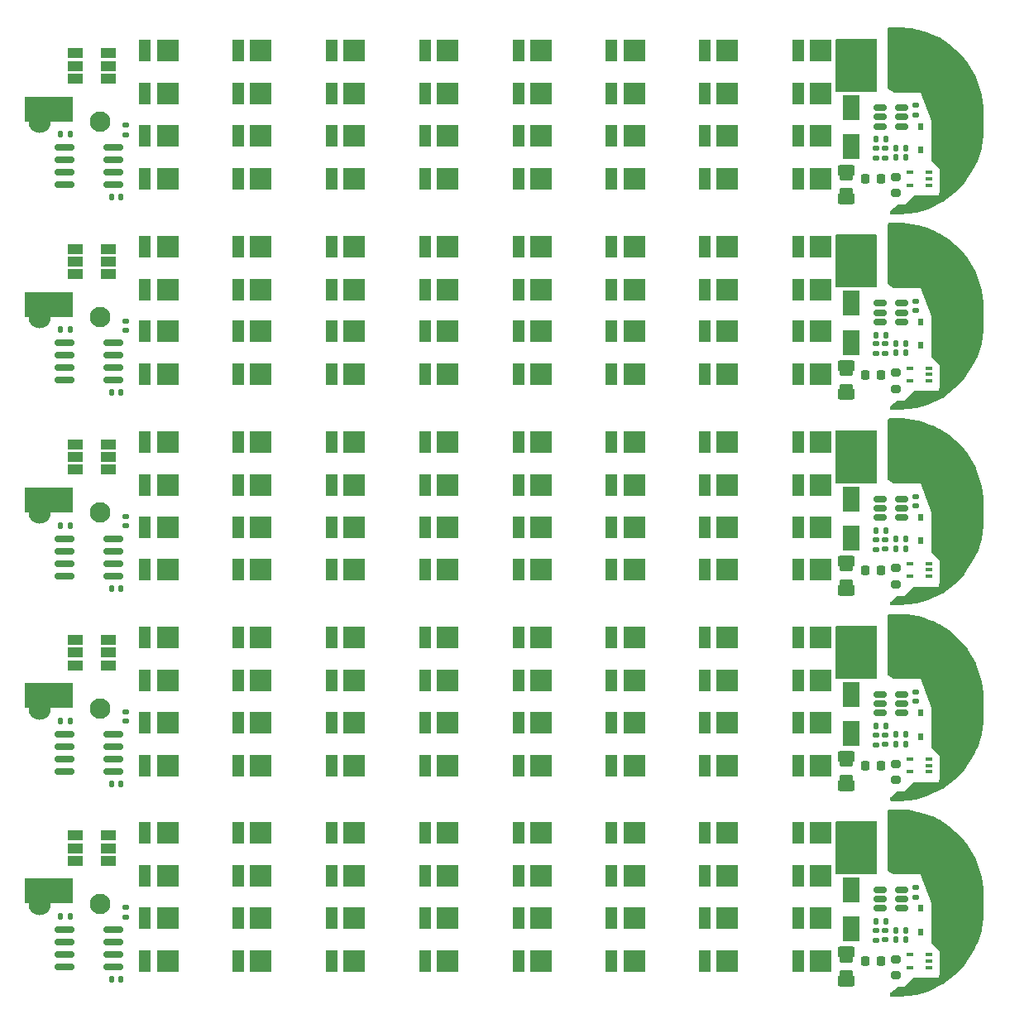
<source format=gts>
G04 #@! TF.GenerationSoftware,KiCad,Pcbnew,(6.0.5)*
G04 #@! TF.CreationDate,2023-07-08T11:50:08+08:00*
G04 #@! TF.ProjectId,panel,70616e65-6c2e-46b6-9963-61645f706362,rev?*
G04 #@! TF.SameCoordinates,Original*
G04 #@! TF.FileFunction,Soldermask,Top*
G04 #@! TF.FilePolarity,Negative*
%FSLAX46Y46*%
G04 Gerber Fmt 4.6, Leading zero omitted, Abs format (unit mm)*
G04 Created by KiCad (PCBNEW (6.0.5)) date 2023-07-08 11:50:08*
%MOMM*%
%LPD*%
G01*
G04 APERTURE LIST*
G04 Aperture macros list*
%AMRoundRect*
0 Rectangle with rounded corners*
0 $1 Rounding radius*
0 $2 $3 $4 $5 $6 $7 $8 $9 X,Y pos of 4 corners*
0 Add a 4 corners polygon primitive as box body*
4,1,4,$2,$3,$4,$5,$6,$7,$8,$9,$2,$3,0*
0 Add four circle primitives for the rounded corners*
1,1,$1+$1,$2,$3*
1,1,$1+$1,$4,$5*
1,1,$1+$1,$6,$7*
1,1,$1+$1,$8,$9*
0 Add four rect primitives between the rounded corners*
20,1,$1+$1,$2,$3,$4,$5,0*
20,1,$1+$1,$4,$5,$6,$7,0*
20,1,$1+$1,$6,$7,$8,$9,0*
20,1,$1+$1,$8,$9,$2,$3,0*%
G04 Aperture macros list end*
%ADD10R,1.220000X2.200000*%
%ADD11R,2.170000X2.200000*%
%ADD12RoundRect,0.135000X-0.135000X-0.185000X0.135000X-0.185000X0.135000X0.185000X-0.135000X0.185000X0*%
%ADD13R,1.500000X1.000000*%
%ADD14RoundRect,0.135000X0.185000X-0.135000X0.185000X0.135000X-0.185000X0.135000X-0.185000X-0.135000X0*%
%ADD15R,5.000000X2.600000*%
%ADD16C,2.300000*%
%ADD17C,2.100000*%
%ADD18RoundRect,0.200000X0.275000X-0.200000X0.275000X0.200000X-0.275000X0.200000X-0.275000X-0.200000X0*%
%ADD19RoundRect,0.250000X-0.625000X0.312500X-0.625000X-0.312500X0.625000X-0.312500X0.625000X0.312500X0*%
%ADD20RoundRect,0.250000X-0.450000X0.262500X-0.450000X-0.262500X0.450000X-0.262500X0.450000X0.262500X0*%
%ADD21RoundRect,0.140000X-0.170000X0.140000X-0.170000X-0.140000X0.170000X-0.140000X0.170000X0.140000X0*%
%ADD22R,1.800000X2.500000*%
%ADD23R,0.250000X0.360000*%
%ADD24RoundRect,0.140000X0.140000X0.170000X-0.140000X0.170000X-0.140000X-0.170000X0.140000X-0.170000X0*%
%ADD25RoundRect,0.225000X-0.225000X-0.250000X0.225000X-0.250000X0.225000X0.250000X-0.225000X0.250000X0*%
%ADD26R,3.100000X3.500000*%
%ADD27RoundRect,0.150000X0.825000X0.150000X-0.825000X0.150000X-0.825000X-0.150000X0.825000X-0.150000X0*%
%ADD28R,0.600000X0.800000*%
%ADD29R,0.650000X0.400000*%
%ADD30RoundRect,0.150000X-0.512500X-0.150000X0.512500X-0.150000X0.512500X0.150000X-0.512500X0.150000X0*%
G04 APERTURE END LIST*
D10*
X140879969Y-51499997D03*
D11*
X143184969Y-51499997D03*
D12*
X189099969Y-93714995D03*
X190119969Y-93714995D03*
D10*
X159979969Y-82799995D03*
D11*
X162284969Y-82799995D03*
D10*
X112229969Y-22799998D03*
D11*
X114534969Y-22799998D03*
D10*
X112229969Y-31499998D03*
D11*
X114534969Y-31499998D03*
D10*
X150429969Y-91499995D03*
D11*
X152734969Y-91499995D03*
D13*
X108464969Y-103049994D03*
X108464969Y-104349994D03*
X108464969Y-105649994D03*
D14*
X187069969Y-53794997D03*
X187069969Y-52774997D03*
D10*
X121779969Y-27199998D03*
D11*
X124084969Y-27199998D03*
D15*
X102344969Y-68749996D03*
D16*
X101419969Y-70049996D03*
D10*
X169529969Y-51499997D03*
D11*
X171834969Y-51499997D03*
D10*
X140879969Y-71499996D03*
D11*
X143184969Y-71499996D03*
D10*
X112229969Y-55899997D03*
D11*
X114534969Y-55899997D03*
D10*
X121779969Y-47199997D03*
D11*
X124084969Y-47199997D03*
D17*
X194339969Y-90049995D03*
D18*
X189039969Y-117374994D03*
X189039969Y-115724994D03*
D10*
X131329969Y-47199997D03*
D11*
X133634969Y-47199997D03*
D10*
X169529969Y-71499996D03*
D11*
X171834969Y-71499996D03*
D19*
X183989969Y-55012497D03*
D20*
X183989969Y-55539997D03*
D19*
X183989969Y-57937497D03*
D20*
X183989969Y-57364997D03*
D10*
X159979969Y-42799997D03*
D11*
X162284969Y-42799997D03*
D12*
X187039969Y-111864994D03*
X188059969Y-111864994D03*
D17*
X194339969Y-50049997D03*
D16*
X101419969Y-30049998D03*
D15*
X102344969Y-28749998D03*
D21*
X110259969Y-50429997D03*
X110259969Y-51389997D03*
D22*
X184539969Y-72624996D03*
X184539969Y-68624996D03*
D10*
X131329969Y-51499997D03*
D11*
X133634969Y-51499997D03*
D10*
X112229969Y-27199998D03*
D11*
X114534969Y-27199998D03*
D13*
X108464969Y-83049995D03*
X108464969Y-84349995D03*
X108464969Y-85649995D03*
D10*
X112229969Y-115899994D03*
D11*
X114534969Y-115899994D03*
D10*
X179079969Y-107199994D03*
D11*
X181384969Y-107199994D03*
D10*
X179079969Y-51499997D03*
D11*
X181384969Y-51499997D03*
D12*
X187039969Y-51864997D03*
X188059969Y-51864997D03*
D10*
X169529969Y-22799998D03*
D11*
X171834969Y-22799998D03*
D10*
X169529969Y-107199994D03*
D11*
X171834969Y-107199994D03*
D14*
X187069969Y-33794998D03*
X187069969Y-32774998D03*
D10*
X121779969Y-67199996D03*
D11*
X124084969Y-67199996D03*
D10*
X131329969Y-31499998D03*
D11*
X133634969Y-31499998D03*
D10*
X150429969Y-42799997D03*
D11*
X152734969Y-42799997D03*
D13*
X108464969Y-43049997D03*
X108464969Y-44349997D03*
X108464969Y-45649997D03*
D23*
X196639969Y-32004998D03*
X196639969Y-32844998D03*
D10*
X140879969Y-75899996D03*
D11*
X143184969Y-75899996D03*
D12*
X103559969Y-91339995D03*
X104579969Y-91339995D03*
D10*
X159979969Y-55899997D03*
D11*
X162284969Y-55899997D03*
D17*
X107639969Y-70049996D03*
D10*
X112229969Y-75899996D03*
D11*
X114534969Y-75899996D03*
D24*
X190059969Y-52744997D03*
X189099969Y-52744997D03*
D25*
X185964969Y-115924994D03*
X187514969Y-115924994D03*
D10*
X140879969Y-115899994D03*
D11*
X143184969Y-115899994D03*
D26*
X190014969Y-23774998D03*
X185414969Y-23774998D03*
D18*
X189039969Y-37374998D03*
X189039969Y-35724998D03*
D13*
X105089969Y-65649996D03*
X105089969Y-64349996D03*
X105089969Y-63049996D03*
D10*
X179079969Y-35899998D03*
D11*
X181384969Y-35899998D03*
D10*
X169529969Y-27199998D03*
D11*
X171834969Y-27199998D03*
D10*
X150429969Y-35899998D03*
D11*
X152734969Y-35899998D03*
D10*
X131329969Y-91499995D03*
D11*
X133634969Y-91499995D03*
D10*
X131329969Y-115899994D03*
D11*
X133634969Y-115899994D03*
D18*
X189039969Y-97374995D03*
X189039969Y-95724995D03*
D10*
X150429969Y-31499998D03*
D11*
X152734969Y-31499998D03*
D21*
X110259969Y-110429994D03*
X110259969Y-111389994D03*
D10*
X169529969Y-35899998D03*
D11*
X171834969Y-35899998D03*
D10*
X121779969Y-75899996D03*
D11*
X124084969Y-75899996D03*
D10*
X150429969Y-107199994D03*
D11*
X152734969Y-107199994D03*
D27*
X108944969Y-76504996D03*
X108944969Y-75234996D03*
X108944969Y-73964996D03*
X108944969Y-72694996D03*
X103994969Y-72694996D03*
X103994969Y-73964996D03*
X103994969Y-75234996D03*
X103994969Y-76504996D03*
D10*
X121779969Y-102799994D03*
D11*
X124084969Y-102799994D03*
D28*
X191579969Y-50524997D03*
X191579969Y-52924997D03*
D12*
X103559969Y-71339996D03*
X104579969Y-71339996D03*
D10*
X150429969Y-67199996D03*
D11*
X152734969Y-67199996D03*
D10*
X121779969Y-107199994D03*
D11*
X124084969Y-107199994D03*
D10*
X121779969Y-91499995D03*
D11*
X124084969Y-91499995D03*
D10*
X131329969Y-95899995D03*
D11*
X133634969Y-95899995D03*
D12*
X187039969Y-71864996D03*
X188059969Y-71864996D03*
D29*
X192439969Y-76549996D03*
X192439969Y-75899996D03*
X192439969Y-75249996D03*
X190539969Y-75249996D03*
X190539969Y-76549996D03*
D10*
X112229969Y-91499995D03*
D11*
X114534969Y-91499995D03*
D21*
X191099969Y-28384998D03*
X191099969Y-29344998D03*
D10*
X112229969Y-51499997D03*
D11*
X114534969Y-51499997D03*
D10*
X169529969Y-87199995D03*
D11*
X171834969Y-87199995D03*
D21*
X188009969Y-92784995D03*
X188009969Y-93744995D03*
D10*
X179079969Y-71499996D03*
D11*
X181384969Y-71499996D03*
D10*
X121779969Y-42799997D03*
D11*
X124084969Y-42799997D03*
D10*
X159979969Y-87199995D03*
D11*
X162284969Y-87199995D03*
D10*
X131329969Y-75899996D03*
D11*
X133634969Y-75899996D03*
D10*
X112229969Y-42799997D03*
D11*
X114534969Y-42799997D03*
D10*
X159979969Y-71499996D03*
D11*
X162284969Y-71499996D03*
D21*
X110259969Y-30429998D03*
X110259969Y-31389998D03*
D10*
X112229969Y-111499994D03*
D11*
X114534969Y-111499994D03*
D10*
X140879969Y-35899998D03*
D11*
X143184969Y-35899998D03*
D24*
X109739969Y-97779995D03*
X108779969Y-97779995D03*
D10*
X131329969Y-22799998D03*
D11*
X133634969Y-22799998D03*
D10*
X169529969Y-47199997D03*
D11*
X171834969Y-47199997D03*
D10*
X179079969Y-31499998D03*
D11*
X181384969Y-31499998D03*
D27*
X108944969Y-56504997D03*
X108944969Y-55234997D03*
X108944969Y-53964997D03*
X108944969Y-52694997D03*
X103994969Y-52694997D03*
X103994969Y-53964997D03*
X103994969Y-55234997D03*
X103994969Y-56504997D03*
D10*
X140879969Y-91499995D03*
D11*
X143184969Y-91499995D03*
D10*
X169529969Y-102799994D03*
D11*
X171834969Y-102799994D03*
D10*
X150429969Y-51499997D03*
D11*
X152734969Y-51499997D03*
D10*
X150429969Y-111499994D03*
D11*
X152734969Y-111499994D03*
D16*
X101419969Y-110049994D03*
D15*
X102344969Y-108749994D03*
D17*
X194339969Y-70049996D03*
D10*
X140879969Y-102799994D03*
D11*
X143184969Y-102799994D03*
D10*
X179079969Y-67199996D03*
D11*
X181384969Y-67199996D03*
D21*
X110259969Y-70429996D03*
X110259969Y-71389996D03*
D10*
X179079969Y-22799998D03*
D11*
X181384969Y-22799998D03*
D10*
X121779969Y-71499996D03*
D11*
X124084969Y-71499996D03*
D29*
X192439969Y-36549998D03*
X192439969Y-35899998D03*
X192439969Y-35249998D03*
X190539969Y-35249998D03*
X190539969Y-36549998D03*
D10*
X179079969Y-42799997D03*
D11*
X181384969Y-42799997D03*
D10*
X169529969Y-91499995D03*
D11*
X171834969Y-91499995D03*
D10*
X169529969Y-115899994D03*
D11*
X171834969Y-115899994D03*
D23*
X196639969Y-92004995D03*
X196639969Y-92844995D03*
D10*
X169529969Y-95899995D03*
D11*
X171834969Y-95899995D03*
D10*
X150429969Y-95899995D03*
D11*
X152734969Y-95899995D03*
D10*
X159979969Y-51499997D03*
D11*
X162284969Y-51499997D03*
D10*
X159979969Y-47199997D03*
D11*
X162284969Y-47199997D03*
D24*
X190059969Y-72744996D03*
X189099969Y-72744996D03*
D12*
X189099969Y-53714997D03*
X190119969Y-53714997D03*
D10*
X159979969Y-107199994D03*
D11*
X162284969Y-107199994D03*
D14*
X187069969Y-73794996D03*
X187069969Y-72774996D03*
D28*
X191579969Y-30524998D03*
X191579969Y-32924998D03*
D10*
X159979969Y-91499995D03*
D11*
X162284969Y-91499995D03*
D10*
X140879969Y-22799998D03*
D11*
X143184969Y-22799998D03*
D10*
X159979969Y-95899995D03*
D11*
X162284969Y-95899995D03*
D22*
X184539969Y-112624994D03*
X184539969Y-108624994D03*
D10*
X131329969Y-102799994D03*
D11*
X133634969Y-102799994D03*
D26*
X190014969Y-83774995D03*
X185414969Y-83774995D03*
D10*
X131329969Y-82799995D03*
D11*
X133634969Y-82799995D03*
D12*
X103559969Y-31339998D03*
X104579969Y-31339998D03*
D10*
X140879969Y-55899997D03*
D11*
X143184969Y-55899997D03*
D26*
X190014969Y-103774994D03*
X185414969Y-103774994D03*
D10*
X131329969Y-67199996D03*
D11*
X133634969Y-67199996D03*
D30*
X187427469Y-88624995D03*
X187427469Y-89574995D03*
X187427469Y-90524995D03*
X189702469Y-90524995D03*
X189702469Y-89574995D03*
X189702469Y-88624995D03*
D10*
X121779969Y-55899997D03*
D11*
X124084969Y-55899997D03*
D28*
X191579969Y-70524996D03*
X191579969Y-72924996D03*
D12*
X103559969Y-51339997D03*
X104579969Y-51339997D03*
D30*
X187427469Y-28624998D03*
X187427469Y-29574998D03*
X187427469Y-30524998D03*
X189702469Y-30524998D03*
X189702469Y-29574998D03*
X189702469Y-28624998D03*
D10*
X179079969Y-62799996D03*
D11*
X181384969Y-62799996D03*
D22*
X184539969Y-92624995D03*
X184539969Y-88624995D03*
D17*
X107639969Y-50049997D03*
D21*
X188009969Y-32784998D03*
X188009969Y-33744998D03*
D14*
X187069969Y-113794994D03*
X187069969Y-112774994D03*
D10*
X140879969Y-111499994D03*
D11*
X143184969Y-111499994D03*
D30*
X187427469Y-48624997D03*
X187427469Y-49574997D03*
X187427469Y-50524997D03*
X189702469Y-50524997D03*
X189702469Y-49574997D03*
X189702469Y-48624997D03*
D19*
X183989969Y-115012494D03*
D20*
X183989969Y-115539994D03*
D19*
X183989969Y-117937494D03*
D20*
X183989969Y-117364994D03*
D10*
X140879969Y-87199995D03*
D11*
X143184969Y-87199995D03*
D21*
X191099969Y-68384996D03*
X191099969Y-69344996D03*
X191099969Y-108384994D03*
X191099969Y-109344994D03*
D13*
X105089969Y-85649995D03*
X105089969Y-84349995D03*
X105089969Y-83049995D03*
D21*
X191099969Y-88384995D03*
X191099969Y-89344995D03*
D10*
X112229969Y-71499996D03*
D11*
X114534969Y-71499996D03*
D10*
X179079969Y-82799995D03*
D11*
X181384969Y-82799995D03*
D10*
X169529969Y-75899996D03*
D11*
X171834969Y-75899996D03*
D10*
X140879969Y-62799996D03*
D11*
X143184969Y-62799996D03*
D10*
X140879969Y-42799997D03*
D11*
X143184969Y-42799997D03*
D29*
X192439969Y-116549994D03*
X192439969Y-115899994D03*
X192439969Y-115249994D03*
X190539969Y-115249994D03*
X190539969Y-116549994D03*
D26*
X190014969Y-43774997D03*
X185414969Y-43774997D03*
D10*
X112229969Y-95899995D03*
D11*
X114534969Y-95899995D03*
D10*
X179079969Y-87199995D03*
D11*
X181384969Y-87199995D03*
D30*
X187427469Y-108624994D03*
X187427469Y-109574994D03*
X187427469Y-110524994D03*
X189702469Y-110524994D03*
X189702469Y-109574994D03*
X189702469Y-108624994D03*
D10*
X150429969Y-62799996D03*
D11*
X152734969Y-62799996D03*
D10*
X121779969Y-22799998D03*
D11*
X124084969Y-22799998D03*
D10*
X150429969Y-75899996D03*
D11*
X152734969Y-75899996D03*
D10*
X179079969Y-111499994D03*
D11*
X181384969Y-111499994D03*
D10*
X159979969Y-35899998D03*
D11*
X162284969Y-35899998D03*
D10*
X131329969Y-87199995D03*
D11*
X133634969Y-87199995D03*
D10*
X131329969Y-27199998D03*
D11*
X133634969Y-27199998D03*
D28*
X191579969Y-110524994D03*
X191579969Y-112924994D03*
D25*
X185964969Y-95924995D03*
X187514969Y-95924995D03*
D13*
X105089969Y-45649997D03*
X105089969Y-44349997D03*
X105089969Y-43049997D03*
D10*
X169529969Y-67199996D03*
D11*
X171834969Y-67199996D03*
D18*
X189039969Y-57374997D03*
X189039969Y-55724997D03*
D25*
X185964969Y-55924997D03*
X187514969Y-55924997D03*
D13*
X108464969Y-23049998D03*
X108464969Y-24349998D03*
X108464969Y-25649998D03*
D27*
X108944969Y-116504994D03*
X108944969Y-115234994D03*
X108944969Y-113964994D03*
X108944969Y-112694994D03*
X103994969Y-112694994D03*
X103994969Y-113964994D03*
X103994969Y-115234994D03*
X103994969Y-116504994D03*
D10*
X159979969Y-67199996D03*
D11*
X162284969Y-67199996D03*
D10*
X112229969Y-35899998D03*
D11*
X114534969Y-35899998D03*
D28*
X191579969Y-90524995D03*
X191579969Y-92924995D03*
D10*
X150429969Y-87199995D03*
D11*
X152734969Y-87199995D03*
D22*
X184539969Y-52624997D03*
X184539969Y-48624997D03*
D13*
X108464969Y-63049996D03*
X108464969Y-64349996D03*
X108464969Y-65649996D03*
D21*
X110259969Y-90429995D03*
X110259969Y-91389995D03*
D17*
X107639969Y-90049995D03*
D14*
X187069969Y-93794995D03*
X187069969Y-92774995D03*
D10*
X159979969Y-22799998D03*
D11*
X162284969Y-22799998D03*
D10*
X159979969Y-27199998D03*
D11*
X162284969Y-27199998D03*
D13*
X105089969Y-25649998D03*
X105089969Y-24349998D03*
X105089969Y-23049998D03*
D24*
X190059969Y-92744995D03*
X189099969Y-92744995D03*
D10*
X179079969Y-47199997D03*
D11*
X181384969Y-47199997D03*
D10*
X112229969Y-87199995D03*
D11*
X114534969Y-87199995D03*
D10*
X121779969Y-82799995D03*
D11*
X124084969Y-82799995D03*
D10*
X112229969Y-67199996D03*
D11*
X114534969Y-67199996D03*
D10*
X169529969Y-55899997D03*
D11*
X171834969Y-55899997D03*
D10*
X179079969Y-75899996D03*
D11*
X181384969Y-75899996D03*
D25*
X185964969Y-35924998D03*
X187514969Y-35924998D03*
D17*
X194339969Y-30049998D03*
D10*
X159979969Y-75899996D03*
D11*
X162284969Y-75899996D03*
D29*
X192439969Y-96549995D03*
X192439969Y-95899995D03*
X192439969Y-95249995D03*
X190539969Y-95249995D03*
X190539969Y-96549995D03*
D10*
X150429969Y-71499996D03*
D11*
X152734969Y-71499996D03*
D10*
X159979969Y-102799994D03*
D11*
X162284969Y-102799994D03*
D10*
X140879969Y-82799995D03*
D11*
X143184969Y-82799995D03*
D10*
X112229969Y-47199997D03*
D11*
X114534969Y-47199997D03*
D27*
X108944969Y-36504998D03*
X108944969Y-35234998D03*
X108944969Y-33964998D03*
X108944969Y-32694998D03*
X103994969Y-32694998D03*
X103994969Y-33964998D03*
X103994969Y-35234998D03*
X103994969Y-36504998D03*
D23*
X196639969Y-52004997D03*
X196639969Y-52844997D03*
D24*
X190059969Y-112744994D03*
X189099969Y-112744994D03*
D10*
X150429969Y-82799995D03*
D11*
X152734969Y-82799995D03*
D10*
X140879969Y-27199998D03*
D11*
X143184969Y-27199998D03*
D10*
X121779969Y-51499997D03*
D11*
X124084969Y-51499997D03*
D10*
X150429969Y-55899997D03*
D11*
X152734969Y-55899997D03*
D15*
X102344969Y-88749995D03*
D16*
X101419969Y-90049995D03*
D17*
X107639969Y-30049998D03*
D10*
X121779969Y-31499998D03*
D11*
X124084969Y-31499998D03*
D27*
X108944969Y-96504995D03*
X108944969Y-95234995D03*
X108944969Y-93964995D03*
X108944969Y-92694995D03*
X103994969Y-92694995D03*
X103994969Y-93964995D03*
X103994969Y-95234995D03*
X103994969Y-96504995D03*
D20*
X183989969Y-35539998D03*
D19*
X183989969Y-35012498D03*
D20*
X183989969Y-37364998D03*
D19*
X183989969Y-37937498D03*
D10*
X121779969Y-35899998D03*
D11*
X124084969Y-35899998D03*
D15*
X102344969Y-48749997D03*
D16*
X101419969Y-50049997D03*
D24*
X109739969Y-117779994D03*
X108779969Y-117779994D03*
D22*
X184539969Y-32624998D03*
X184539969Y-28624998D03*
D10*
X121779969Y-87199995D03*
D11*
X124084969Y-87199995D03*
D30*
X187427469Y-68624996D03*
X187427469Y-69574996D03*
X187427469Y-70524996D03*
X189702469Y-70524996D03*
X189702469Y-69574996D03*
X189702469Y-68624996D03*
D10*
X140879969Y-107199994D03*
D11*
X143184969Y-107199994D03*
D10*
X140879969Y-95899995D03*
D11*
X143184969Y-95899995D03*
D10*
X169529969Y-82799995D03*
D11*
X171834969Y-82799995D03*
D10*
X169529969Y-111499994D03*
D11*
X171834969Y-111499994D03*
D10*
X121779969Y-95899995D03*
D11*
X124084969Y-95899995D03*
D21*
X188009969Y-52784997D03*
X188009969Y-53744997D03*
D20*
X183989969Y-95539995D03*
D19*
X183989969Y-95012495D03*
X183989969Y-97937495D03*
D20*
X183989969Y-97364995D03*
D10*
X169529969Y-42799997D03*
D11*
X171834969Y-42799997D03*
D18*
X189039969Y-77374996D03*
X189039969Y-75724996D03*
D12*
X189099969Y-73714996D03*
X190119969Y-73714996D03*
D24*
X190059969Y-32744998D03*
X189099969Y-32744998D03*
D21*
X191099969Y-48384997D03*
X191099969Y-49344997D03*
D10*
X112229969Y-107199994D03*
D11*
X114534969Y-107199994D03*
D10*
X179079969Y-95899995D03*
D11*
X181384969Y-95899995D03*
D10*
X179079969Y-115899994D03*
D11*
X181384969Y-115899994D03*
D17*
X107639969Y-110049994D03*
X194339969Y-110049994D03*
D10*
X131329969Y-55899997D03*
D11*
X133634969Y-55899997D03*
D10*
X159979969Y-62799996D03*
D11*
X162284969Y-62799996D03*
D10*
X169529969Y-31499998D03*
D11*
X171834969Y-31499998D03*
D10*
X140879969Y-31499998D03*
D11*
X143184969Y-31499998D03*
D10*
X131329969Y-71499996D03*
D11*
X133634969Y-71499996D03*
D23*
X196639969Y-72004996D03*
X196639969Y-72844996D03*
D10*
X131329969Y-62799996D03*
D11*
X133634969Y-62799996D03*
D24*
X109739969Y-77779996D03*
X108779969Y-77779996D03*
D21*
X188009969Y-112784994D03*
X188009969Y-113744994D03*
D10*
X121779969Y-62799996D03*
D11*
X124084969Y-62799996D03*
D10*
X131329969Y-107199994D03*
D11*
X133634969Y-107199994D03*
D10*
X159979969Y-111499994D03*
D11*
X162284969Y-111499994D03*
D10*
X112229969Y-102799994D03*
D11*
X114534969Y-102799994D03*
D23*
X196639969Y-112004994D03*
X196639969Y-112844994D03*
D10*
X112229969Y-82799995D03*
D11*
X114534969Y-82799995D03*
D12*
X187039969Y-31864998D03*
X188059969Y-31864998D03*
D10*
X179079969Y-55899997D03*
D11*
X181384969Y-55899997D03*
D13*
X105089969Y-105649994D03*
X105089969Y-104349994D03*
X105089969Y-103049994D03*
D10*
X131329969Y-111499994D03*
D11*
X133634969Y-111499994D03*
D10*
X169529969Y-62799996D03*
D11*
X171834969Y-62799996D03*
D26*
X190014969Y-63774996D03*
X185414969Y-63774996D03*
D10*
X150429969Y-22799998D03*
D11*
X152734969Y-22799998D03*
D12*
X103559969Y-111339994D03*
X104579969Y-111339994D03*
D25*
X185964969Y-75924996D03*
X187514969Y-75924996D03*
D19*
X183989969Y-75012496D03*
D20*
X183989969Y-75539996D03*
D19*
X183989969Y-77937496D03*
D20*
X183989969Y-77364996D03*
D10*
X131329969Y-42799997D03*
D11*
X133634969Y-42799997D03*
D10*
X179079969Y-102799994D03*
D11*
X181384969Y-102799994D03*
D12*
X187039969Y-91864995D03*
X188059969Y-91864995D03*
D10*
X112229969Y-62799996D03*
D11*
X114534969Y-62799996D03*
D10*
X179079969Y-91499995D03*
D11*
X181384969Y-91499995D03*
D12*
X189099969Y-33714998D03*
X190119969Y-33714998D03*
D10*
X121779969Y-111499994D03*
D11*
X124084969Y-111499994D03*
D10*
X140879969Y-67199996D03*
D11*
X143184969Y-67199996D03*
D29*
X192439969Y-56549997D03*
X192439969Y-55899997D03*
X192439969Y-55249997D03*
X190539969Y-55249997D03*
X190539969Y-56549997D03*
D10*
X150429969Y-102799994D03*
D11*
X152734969Y-102799994D03*
D10*
X179079969Y-27199998D03*
D11*
X181384969Y-27199998D03*
D10*
X131329969Y-35899998D03*
D11*
X133634969Y-35899998D03*
D10*
X150429969Y-47199997D03*
D11*
X152734969Y-47199997D03*
D21*
X188009969Y-72784996D03*
X188009969Y-73744996D03*
D10*
X159979969Y-115899994D03*
D11*
X162284969Y-115899994D03*
D10*
X150429969Y-115899994D03*
D11*
X152734969Y-115899994D03*
D24*
X109739969Y-37779998D03*
X108779969Y-37779998D03*
X109739969Y-57779997D03*
X108779969Y-57779997D03*
D10*
X121779969Y-115899994D03*
D11*
X124084969Y-115899994D03*
D10*
X140879969Y-47199997D03*
D11*
X143184969Y-47199997D03*
D10*
X150429969Y-27199998D03*
D11*
X152734969Y-27199998D03*
D10*
X159979969Y-31499998D03*
D11*
X162284969Y-31499998D03*
D12*
X189099969Y-113714994D03*
X190119969Y-113714994D03*
G36*
X187107090Y-21620000D02*
G01*
X187153583Y-21673656D01*
X187164969Y-21725998D01*
X187164969Y-26898998D01*
X187144967Y-26967119D01*
X187091311Y-27013612D01*
X187038969Y-27024998D01*
X182990969Y-27024998D01*
X182922848Y-27004996D01*
X182876355Y-26951340D01*
X182864969Y-26898998D01*
X182864969Y-21725998D01*
X182884971Y-21657877D01*
X182938627Y-21611384D01*
X182990969Y-21599998D01*
X187038969Y-21599998D01*
X187107090Y-21620000D01*
G37*
G36*
X187107090Y-61619998D02*
G01*
X187153583Y-61673654D01*
X187164969Y-61725996D01*
X187164969Y-66898996D01*
X187144967Y-66967117D01*
X187091311Y-67013610D01*
X187038969Y-67024996D01*
X182990969Y-67024996D01*
X182922848Y-67004994D01*
X182876355Y-66951338D01*
X182864969Y-66898996D01*
X182864969Y-61725996D01*
X182884971Y-61657875D01*
X182938627Y-61611382D01*
X182990969Y-61599996D01*
X187038969Y-61599996D01*
X187107090Y-61619998D01*
G37*
G36*
X187107090Y-41619999D02*
G01*
X187153583Y-41673655D01*
X187164969Y-41725997D01*
X187164969Y-46898997D01*
X187144967Y-46967118D01*
X187091311Y-47013611D01*
X187038969Y-47024997D01*
X182990969Y-47024997D01*
X182922848Y-47004995D01*
X182876355Y-46951339D01*
X182864969Y-46898997D01*
X182864969Y-41725997D01*
X182884971Y-41657876D01*
X182938627Y-41611383D01*
X182990969Y-41599997D01*
X187038969Y-41599997D01*
X187107090Y-41619999D01*
G37*
G36*
X187107090Y-101619996D02*
G01*
X187153583Y-101673652D01*
X187164969Y-101725994D01*
X187164969Y-106898994D01*
X187144967Y-106967115D01*
X187091311Y-107013608D01*
X187038969Y-107024994D01*
X182990969Y-107024994D01*
X182922848Y-107004992D01*
X182876355Y-106951336D01*
X182864969Y-106898994D01*
X182864969Y-101725994D01*
X182884971Y-101657873D01*
X182938627Y-101611380D01*
X182990969Y-101599994D01*
X187038969Y-101599994D01*
X187107090Y-101619996D01*
G37*
G36*
X187107090Y-81619997D02*
G01*
X187153583Y-81673653D01*
X187164969Y-81725995D01*
X187164969Y-86898995D01*
X187144967Y-86967116D01*
X187091311Y-87013609D01*
X187038969Y-87024995D01*
X182990969Y-87024995D01*
X182922848Y-87004993D01*
X182876355Y-86951337D01*
X182864969Y-86898995D01*
X182864969Y-81725995D01*
X182884971Y-81657874D01*
X182938627Y-81611381D01*
X182990969Y-81599995D01*
X187038969Y-81599995D01*
X187107090Y-81619997D01*
G37*
G36*
X189745420Y-80400469D02*
G01*
X190310580Y-80449613D01*
X190319316Y-80450681D01*
X190787986Y-80524682D01*
X190791911Y-80525365D01*
X191309728Y-80623997D01*
X191320125Y-80626439D01*
X191935720Y-80798805D01*
X191944125Y-80801479D01*
X192289507Y-80924830D01*
X192290189Y-80925075D01*
X192834049Y-81122842D01*
X192845650Y-81127730D01*
X193508072Y-81446674D01*
X193521409Y-81454123D01*
X194483525Y-82070865D01*
X194495860Y-82079872D01*
X195210409Y-82671222D01*
X195219171Y-82679197D01*
X195810923Y-83270949D01*
X195818624Y-83279381D01*
X196433318Y-84017013D01*
X196445222Y-84033955D01*
X197283303Y-85463624D01*
X197294137Y-85487500D01*
X197911130Y-87338479D01*
X197916538Y-87362027D01*
X198063911Y-88491884D01*
X198064969Y-88508181D01*
X198064969Y-91392888D01*
X198064169Y-91407062D01*
X197916569Y-92710865D01*
X197910263Y-92738408D01*
X197419076Y-94138291D01*
X197408659Y-94160674D01*
X197090534Y-94699040D01*
X197089366Y-94700976D01*
X196097311Y-96313065D01*
X196080191Y-96335018D01*
X195096055Y-97343757D01*
X195083082Y-97355336D01*
X193876116Y-98291350D01*
X193852184Y-98305961D01*
X192372574Y-98996446D01*
X192356961Y-99002504D01*
X191212691Y-99361009D01*
X191186691Y-99366230D01*
X190340396Y-99444955D01*
X190339524Y-99445033D01*
X189415363Y-99524531D01*
X189404564Y-99524995D01*
X188625969Y-99524995D01*
X188557848Y-99504993D01*
X188511355Y-99451337D01*
X188499969Y-99398995D01*
X188499969Y-99223807D01*
X188519971Y-99155686D01*
X188545049Y-99127225D01*
X189204857Y-98574413D01*
X189269919Y-98545997D01*
X189285777Y-98544995D01*
X189961854Y-98544995D01*
X189987499Y-98537465D01*
X190893064Y-97631900D01*
X190955376Y-97597874D01*
X190982159Y-97594995D01*
X193481854Y-97594995D01*
X193497093Y-97590520D01*
X193501009Y-97586001D01*
X193501160Y-97585471D01*
X193564484Y-97078876D01*
X193564969Y-97071084D01*
X193564969Y-94968110D01*
X193557152Y-94941488D01*
X192748192Y-94061149D01*
X192716828Y-93997456D01*
X192714969Y-93975894D01*
X192714969Y-90011032D01*
X192711190Y-89989626D01*
X191646172Y-87067016D01*
X191636749Y-87054229D01*
X191625655Y-87049995D01*
X188899033Y-87049995D01*
X188835545Y-87032831D01*
X188327481Y-86736460D01*
X188278718Y-86684859D01*
X188264969Y-86627624D01*
X188264969Y-80525995D01*
X188284971Y-80457874D01*
X188338627Y-80411381D01*
X188390969Y-80399995D01*
X189734505Y-80399995D01*
X189745420Y-80400469D01*
G37*
G36*
X189745420Y-60400470D02*
G01*
X190310580Y-60449614D01*
X190319316Y-60450682D01*
X190787986Y-60524683D01*
X190791911Y-60525366D01*
X191309728Y-60623998D01*
X191320125Y-60626440D01*
X191935720Y-60798806D01*
X191944125Y-60801480D01*
X192289507Y-60924831D01*
X192290189Y-60925076D01*
X192834049Y-61122843D01*
X192845650Y-61127731D01*
X193508072Y-61446675D01*
X193521409Y-61454124D01*
X194483525Y-62070866D01*
X194495860Y-62079873D01*
X195210409Y-62671223D01*
X195219171Y-62679198D01*
X195810923Y-63270950D01*
X195818624Y-63279382D01*
X196433318Y-64017014D01*
X196445222Y-64033956D01*
X197283303Y-65463625D01*
X197294137Y-65487501D01*
X197911130Y-67338480D01*
X197916538Y-67362028D01*
X198063911Y-68491885D01*
X198064969Y-68508182D01*
X198064969Y-71392889D01*
X198064169Y-71407063D01*
X197916569Y-72710866D01*
X197910263Y-72738409D01*
X197419076Y-74138292D01*
X197408659Y-74160675D01*
X197090534Y-74699041D01*
X197089366Y-74700977D01*
X196097311Y-76313066D01*
X196080191Y-76335019D01*
X195096055Y-77343758D01*
X195083082Y-77355337D01*
X193876116Y-78291351D01*
X193852184Y-78305962D01*
X192372574Y-78996447D01*
X192356961Y-79002505D01*
X191212691Y-79361010D01*
X191186691Y-79366231D01*
X190340396Y-79444956D01*
X190339524Y-79445034D01*
X189415363Y-79524532D01*
X189404564Y-79524996D01*
X188625969Y-79524996D01*
X188557848Y-79504994D01*
X188511355Y-79451338D01*
X188499969Y-79398996D01*
X188499969Y-79223808D01*
X188519971Y-79155687D01*
X188545049Y-79127226D01*
X189204857Y-78574414D01*
X189269919Y-78545998D01*
X189285777Y-78544996D01*
X189961854Y-78544996D01*
X189987499Y-78537466D01*
X190893064Y-77631901D01*
X190955376Y-77597875D01*
X190982159Y-77594996D01*
X193481854Y-77594996D01*
X193497093Y-77590521D01*
X193501009Y-77586002D01*
X193501160Y-77585472D01*
X193564484Y-77078877D01*
X193564969Y-77071085D01*
X193564969Y-74968111D01*
X193557152Y-74941489D01*
X192748192Y-74061150D01*
X192716828Y-73997457D01*
X192714969Y-73975895D01*
X192714969Y-70011033D01*
X192711190Y-69989627D01*
X191646172Y-67067017D01*
X191636749Y-67054230D01*
X191625655Y-67049996D01*
X188899033Y-67049996D01*
X188835545Y-67032832D01*
X188327481Y-66736461D01*
X188278718Y-66684860D01*
X188264969Y-66627625D01*
X188264969Y-60525996D01*
X188284971Y-60457875D01*
X188338627Y-60411382D01*
X188390969Y-60399996D01*
X189734505Y-60399996D01*
X189745420Y-60400470D01*
G37*
G36*
X189745420Y-100400468D02*
G01*
X190310580Y-100449612D01*
X190319316Y-100450680D01*
X190787986Y-100524681D01*
X190791911Y-100525364D01*
X191309728Y-100623996D01*
X191320125Y-100626438D01*
X191935720Y-100798804D01*
X191944125Y-100801478D01*
X192289507Y-100924829D01*
X192290189Y-100925074D01*
X192834049Y-101122841D01*
X192845650Y-101127729D01*
X193508072Y-101446673D01*
X193521409Y-101454122D01*
X194483525Y-102070864D01*
X194495860Y-102079871D01*
X195210409Y-102671221D01*
X195219171Y-102679196D01*
X195810923Y-103270948D01*
X195818624Y-103279380D01*
X196433318Y-104017012D01*
X196445222Y-104033954D01*
X197283303Y-105463623D01*
X197294137Y-105487499D01*
X197911130Y-107338478D01*
X197916538Y-107362026D01*
X198063911Y-108491883D01*
X198064969Y-108508180D01*
X198064969Y-111392887D01*
X198064169Y-111407061D01*
X197916569Y-112710864D01*
X197910263Y-112738407D01*
X197419076Y-114138290D01*
X197408659Y-114160673D01*
X197090534Y-114699039D01*
X197089366Y-114700975D01*
X196097311Y-116313064D01*
X196080191Y-116335017D01*
X195096055Y-117343756D01*
X195083082Y-117355335D01*
X193876116Y-118291349D01*
X193852184Y-118305960D01*
X192372574Y-118996445D01*
X192356961Y-119002503D01*
X191212691Y-119361008D01*
X191186691Y-119366229D01*
X190340396Y-119444954D01*
X190339524Y-119445032D01*
X189415363Y-119524530D01*
X189404564Y-119524994D01*
X188625969Y-119524994D01*
X188557848Y-119504992D01*
X188511355Y-119451336D01*
X188499969Y-119398994D01*
X188499969Y-119223806D01*
X188519971Y-119155685D01*
X188545049Y-119127224D01*
X189204857Y-118574412D01*
X189269919Y-118545996D01*
X189285777Y-118544994D01*
X189961854Y-118544994D01*
X189987499Y-118537464D01*
X190893064Y-117631899D01*
X190955376Y-117597873D01*
X190982159Y-117594994D01*
X193481854Y-117594994D01*
X193497093Y-117590519D01*
X193501009Y-117586000D01*
X193501160Y-117585470D01*
X193564484Y-117078875D01*
X193564969Y-117071083D01*
X193564969Y-114968109D01*
X193557152Y-114941487D01*
X192748192Y-114061148D01*
X192716828Y-113997455D01*
X192714969Y-113975893D01*
X192714969Y-110011031D01*
X192711190Y-109989625D01*
X191646172Y-107067015D01*
X191636749Y-107054228D01*
X191625655Y-107049994D01*
X188899033Y-107049994D01*
X188835545Y-107032830D01*
X188327481Y-106736459D01*
X188278718Y-106684858D01*
X188264969Y-106627623D01*
X188264969Y-100525994D01*
X188284971Y-100457873D01*
X188338627Y-100411380D01*
X188390969Y-100399994D01*
X189734505Y-100399994D01*
X189745420Y-100400468D01*
G37*
G36*
X189745420Y-20400472D02*
G01*
X190310580Y-20449616D01*
X190319316Y-20450684D01*
X190787986Y-20524685D01*
X190791911Y-20525368D01*
X191309728Y-20624000D01*
X191320125Y-20626442D01*
X191935720Y-20798808D01*
X191944125Y-20801482D01*
X192289507Y-20924833D01*
X192290189Y-20925078D01*
X192834049Y-21122845D01*
X192845650Y-21127733D01*
X193508072Y-21446677D01*
X193521409Y-21454126D01*
X194483525Y-22070868D01*
X194495860Y-22079875D01*
X195210409Y-22671225D01*
X195219171Y-22679200D01*
X195810923Y-23270952D01*
X195818624Y-23279384D01*
X196433318Y-24017016D01*
X196445222Y-24033958D01*
X197283303Y-25463627D01*
X197294137Y-25487503D01*
X197911130Y-27338482D01*
X197916538Y-27362030D01*
X198063911Y-28491887D01*
X198064969Y-28508184D01*
X198064969Y-31392891D01*
X198064169Y-31407065D01*
X197916569Y-32710868D01*
X197910263Y-32738411D01*
X197419076Y-34138294D01*
X197408659Y-34160677D01*
X197090534Y-34699043D01*
X197089366Y-34700979D01*
X196097311Y-36313068D01*
X196080191Y-36335021D01*
X195096055Y-37343760D01*
X195083082Y-37355339D01*
X193876116Y-38291353D01*
X193852184Y-38305964D01*
X192372574Y-38996449D01*
X192356961Y-39002507D01*
X191212691Y-39361012D01*
X191186691Y-39366233D01*
X190340396Y-39444958D01*
X190339524Y-39445036D01*
X189415363Y-39524534D01*
X189404564Y-39524998D01*
X188625969Y-39524998D01*
X188557848Y-39504996D01*
X188511355Y-39451340D01*
X188499969Y-39398998D01*
X188499969Y-39223810D01*
X188519971Y-39155689D01*
X188545049Y-39127228D01*
X189204857Y-38574416D01*
X189269919Y-38546000D01*
X189285777Y-38544998D01*
X189961854Y-38544998D01*
X189987499Y-38537468D01*
X190893064Y-37631903D01*
X190955376Y-37597877D01*
X190982159Y-37594998D01*
X193481854Y-37594998D01*
X193497093Y-37590523D01*
X193501009Y-37586004D01*
X193501160Y-37585474D01*
X193564484Y-37078879D01*
X193564969Y-37071087D01*
X193564969Y-34968113D01*
X193557152Y-34941491D01*
X192748192Y-34061152D01*
X192716828Y-33997459D01*
X192714969Y-33975897D01*
X192714969Y-30011035D01*
X192711190Y-29989629D01*
X191646172Y-27067019D01*
X191636749Y-27054232D01*
X191625655Y-27049998D01*
X188899033Y-27049998D01*
X188835545Y-27032834D01*
X188327481Y-26736463D01*
X188278718Y-26684862D01*
X188264969Y-26627627D01*
X188264969Y-20525998D01*
X188284971Y-20457877D01*
X188338627Y-20411384D01*
X188390969Y-20399998D01*
X189734505Y-20399998D01*
X189745420Y-20400472D01*
G37*
G36*
X189745420Y-40400471D02*
G01*
X190310580Y-40449615D01*
X190319316Y-40450683D01*
X190787986Y-40524684D01*
X190791911Y-40525367D01*
X191309728Y-40623999D01*
X191320125Y-40626441D01*
X191935720Y-40798807D01*
X191944125Y-40801481D01*
X192289507Y-40924832D01*
X192290189Y-40925077D01*
X192834049Y-41122844D01*
X192845650Y-41127732D01*
X193508072Y-41446676D01*
X193521409Y-41454125D01*
X194483525Y-42070867D01*
X194495860Y-42079874D01*
X195210409Y-42671224D01*
X195219171Y-42679199D01*
X195810923Y-43270951D01*
X195818624Y-43279383D01*
X196433318Y-44017015D01*
X196445222Y-44033957D01*
X197283303Y-45463626D01*
X197294137Y-45487502D01*
X197911130Y-47338481D01*
X197916538Y-47362029D01*
X198063911Y-48491886D01*
X198064969Y-48508183D01*
X198064969Y-51392890D01*
X198064169Y-51407064D01*
X197916569Y-52710867D01*
X197910263Y-52738410D01*
X197419076Y-54138293D01*
X197408659Y-54160676D01*
X197090534Y-54699042D01*
X197089366Y-54700978D01*
X196097311Y-56313067D01*
X196080191Y-56335020D01*
X195096055Y-57343759D01*
X195083082Y-57355338D01*
X193876116Y-58291352D01*
X193852184Y-58305963D01*
X192372574Y-58996448D01*
X192356961Y-59002506D01*
X191212691Y-59361011D01*
X191186691Y-59366232D01*
X190340396Y-59444957D01*
X190339524Y-59445035D01*
X189415363Y-59524533D01*
X189404564Y-59524997D01*
X188625969Y-59524997D01*
X188557848Y-59504995D01*
X188511355Y-59451339D01*
X188499969Y-59398997D01*
X188499969Y-59223809D01*
X188519971Y-59155688D01*
X188545049Y-59127227D01*
X189204857Y-58574415D01*
X189269919Y-58545999D01*
X189285777Y-58544997D01*
X189961854Y-58544997D01*
X189987499Y-58537467D01*
X190893064Y-57631902D01*
X190955376Y-57597876D01*
X190982159Y-57594997D01*
X193481854Y-57594997D01*
X193497093Y-57590522D01*
X193501009Y-57586003D01*
X193501160Y-57585473D01*
X193564484Y-57078878D01*
X193564969Y-57071086D01*
X193564969Y-54968112D01*
X193557152Y-54941490D01*
X192748192Y-54061151D01*
X192716828Y-53997458D01*
X192714969Y-53975896D01*
X192714969Y-50011034D01*
X192711190Y-49989628D01*
X191646172Y-47067018D01*
X191636749Y-47054231D01*
X191625655Y-47049997D01*
X188899033Y-47049997D01*
X188835545Y-47032833D01*
X188327481Y-46736462D01*
X188278718Y-46684861D01*
X188264969Y-46627626D01*
X188264969Y-40525997D01*
X188284971Y-40457876D01*
X188338627Y-40411383D01*
X188390969Y-40399997D01*
X189734505Y-40399997D01*
X189745420Y-40400471D01*
G37*
M02*

</source>
